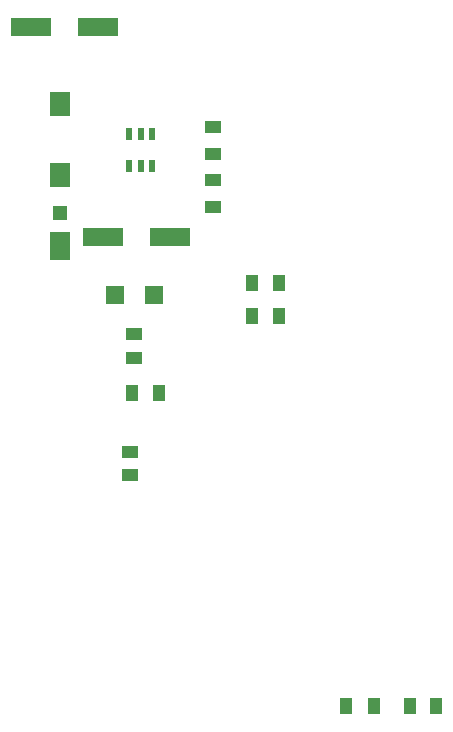
<source format=gtp>
G04*
G04 #@! TF.GenerationSoftware,Altium Limited,Altium Designer,19.0.15 (446)*
G04*
G04 Layer_Color=8421504*
%FSLAX42Y42*%
%MOMM*%
G71*
G01*
G75*
%ADD15R,1.40X1.10*%
%ADD16R,1.52X1.65*%
%ADD17R,1.80X2.40*%
%ADD18R,1.20X1.20*%
%ADD19R,1.40X1.00*%
%ADD20R,1.00X1.40*%
%ADD21R,1.70X2.00*%
%ADD22R,3.50X1.60*%
%ADD23R,0.60X1.00*%
D15*
X1321Y3875D02*
D03*
Y4075D02*
D03*
X1295Y3084D02*
D03*
Y2884D02*
D03*
D16*
X1496Y4407D02*
D03*
X1166D02*
D03*
D17*
X699Y4825D02*
D03*
D18*
X699Y5105D02*
D03*
D19*
X1994Y5385D02*
D03*
Y5156D02*
D03*
Y5829D02*
D03*
Y5601D02*
D03*
D20*
X1308Y3581D02*
D03*
X1537D02*
D03*
X3353Y927D02*
D03*
X3124D02*
D03*
X3886D02*
D03*
X3658D02*
D03*
X2324Y4229D02*
D03*
X2553D02*
D03*
X2324Y4508D02*
D03*
X2553D02*
D03*
D21*
X699Y5428D02*
D03*
Y6028D02*
D03*
D22*
X1017Y6680D02*
D03*
X457D02*
D03*
X1626Y4902D02*
D03*
X1066D02*
D03*
D23*
X1287Y5774D02*
D03*
X1382D02*
D03*
X1477D02*
D03*
Y5504D02*
D03*
X1382D02*
D03*
X1287D02*
D03*
M02*

</source>
